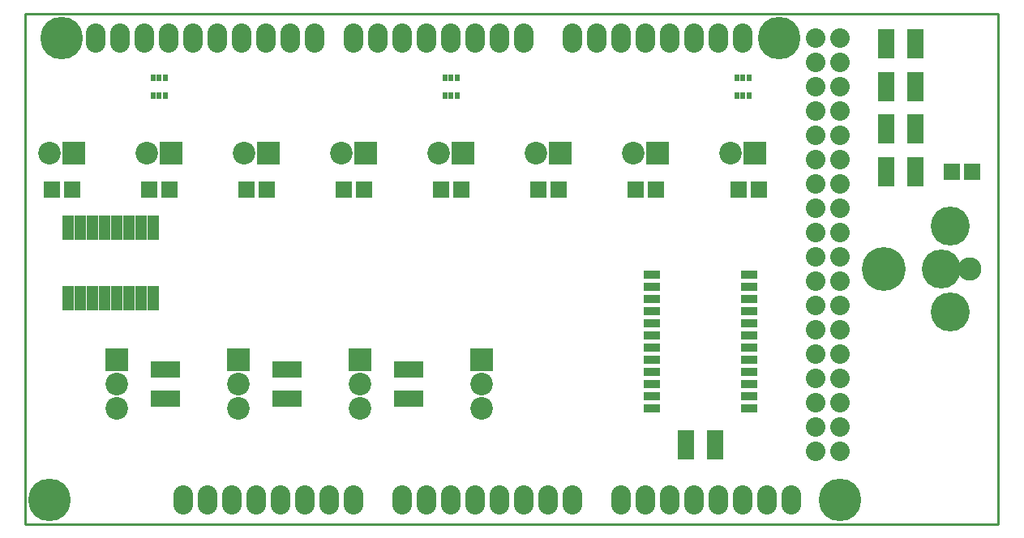
<source format=gts>
G04 (created by PCBNEW-RS274X (2011-05-25)-stable) date Wed 08 May 2013 01:19:30 PM EDT*
G01*
G70*
G90*
%MOIN*%
G04 Gerber Fmt 3.4, Leading zero omitted, Abs format*
%FSLAX34Y34*%
G04 APERTURE LIST*
%ADD10C,0.006000*%
%ADD11C,0.009000*%
%ADD12C,0.096000*%
%ADD13C,0.160000*%
%ADD14C,0.180000*%
%ADD15C,0.175000*%
%ADD16O,0.080000X0.120000*%
%ADD17C,0.080000*%
%ADD18R,0.070000X0.035000*%
%ADD19R,0.120000X0.070000*%
%ADD20R,0.070000X0.120000*%
%ADD21R,0.067000X0.067000*%
%ADD22C,0.093000*%
%ADD23R,0.093000X0.093000*%
%ADD24R,0.020500X0.027600*%
%ADD25R,0.045000X0.100000*%
G04 APERTURE END LIST*
G54D10*
G54D11*
X89500Y-30500D02*
X49500Y-30500D01*
X89500Y-51500D02*
X89500Y-30500D01*
X49500Y-51500D02*
X89500Y-51500D01*
X49500Y-30500D02*
X49500Y-51500D01*
G54D12*
X88320Y-41000D03*
G54D13*
X87140Y-41000D03*
G54D14*
X84780Y-41000D03*
G54D13*
X87530Y-39230D03*
X87530Y-42770D03*
G54D15*
X50500Y-50500D03*
X51000Y-31500D03*
X83000Y-50500D03*
X80500Y-31500D03*
G54D16*
X56000Y-50500D03*
X57000Y-50500D03*
X58000Y-50500D03*
X59000Y-50500D03*
X60000Y-50500D03*
X61000Y-50500D03*
X62000Y-50500D03*
X63000Y-50500D03*
X65000Y-50500D03*
X66000Y-50500D03*
X67000Y-50500D03*
X68000Y-50500D03*
X69000Y-50500D03*
X70000Y-50500D03*
X71000Y-50500D03*
X72000Y-50500D03*
X74000Y-50500D03*
X75000Y-50500D03*
X76000Y-50500D03*
X77000Y-50500D03*
X78000Y-50500D03*
X79000Y-50500D03*
X80000Y-50500D03*
X81000Y-50500D03*
X52400Y-31500D03*
X53400Y-31500D03*
X54400Y-31500D03*
X55400Y-31500D03*
X56400Y-31500D03*
X57400Y-31500D03*
X58400Y-31500D03*
X59400Y-31500D03*
X60400Y-31500D03*
X61400Y-31500D03*
X63000Y-31500D03*
X70000Y-31500D03*
X69000Y-31500D03*
X68000Y-31500D03*
X67000Y-31500D03*
X66000Y-31500D03*
X65000Y-31500D03*
X64000Y-31500D03*
X72000Y-31500D03*
X73000Y-31500D03*
X74000Y-31500D03*
X75000Y-31500D03*
X76000Y-31500D03*
X77000Y-31500D03*
X78000Y-31500D03*
X79000Y-31500D03*
G54D17*
X82000Y-31500D03*
X83000Y-31500D03*
X82000Y-32500D03*
X83000Y-32500D03*
X82000Y-33500D03*
X83000Y-33500D03*
X82000Y-34500D03*
X83000Y-34500D03*
X82000Y-35500D03*
X83000Y-35500D03*
X82000Y-36500D03*
X83000Y-36500D03*
X82000Y-37500D03*
X83000Y-37500D03*
X82000Y-38500D03*
X83000Y-38500D03*
X82000Y-39500D03*
X83000Y-39500D03*
X82000Y-40500D03*
X83000Y-40500D03*
X82000Y-41500D03*
X83000Y-41500D03*
X82000Y-42500D03*
X83000Y-42500D03*
X82000Y-43500D03*
X83000Y-43500D03*
X82000Y-44500D03*
X83000Y-44500D03*
X82000Y-45500D03*
X83000Y-45500D03*
X82000Y-46500D03*
X83000Y-46500D03*
X82000Y-47500D03*
X83000Y-47500D03*
X82000Y-48500D03*
X83000Y-48500D03*
G54D18*
X75250Y-43750D03*
X75250Y-43250D03*
X75250Y-42750D03*
X75250Y-42250D03*
X75250Y-41750D03*
X75250Y-41250D03*
X75250Y-44250D03*
X75250Y-44750D03*
X75250Y-45250D03*
X75250Y-45750D03*
X75250Y-46250D03*
X75250Y-46750D03*
X79250Y-46750D03*
X79250Y-46250D03*
X79250Y-45750D03*
X79250Y-45250D03*
X79250Y-44750D03*
X79250Y-44250D03*
X79250Y-43750D03*
X79250Y-43250D03*
X79250Y-42750D03*
X79250Y-42250D03*
X79250Y-41750D03*
X79250Y-41250D03*
G54D19*
X55250Y-45150D03*
X55250Y-46350D03*
G54D20*
X84900Y-35250D03*
X86100Y-35250D03*
X76650Y-48250D03*
X77850Y-48250D03*
X84900Y-37000D03*
X86100Y-37000D03*
G54D19*
X60250Y-45150D03*
X60250Y-46350D03*
G54D20*
X84900Y-33500D03*
X86100Y-33500D03*
X84900Y-31750D03*
X86100Y-31750D03*
G54D19*
X65250Y-45150D03*
X65250Y-46350D03*
G54D21*
X54585Y-37750D03*
X55415Y-37750D03*
X87585Y-37000D03*
X88415Y-37000D03*
X50585Y-37750D03*
X51415Y-37750D03*
X78835Y-37750D03*
X79665Y-37750D03*
X74585Y-37750D03*
X75415Y-37750D03*
X58585Y-37750D03*
X59415Y-37750D03*
X62585Y-37750D03*
X63415Y-37750D03*
X66585Y-37750D03*
X67415Y-37750D03*
X70585Y-37750D03*
X71415Y-37750D03*
G54D22*
X63250Y-45750D03*
X63250Y-46750D03*
G54D23*
X63250Y-44750D03*
G54D22*
X68250Y-45750D03*
X68250Y-46750D03*
G54D23*
X68250Y-44750D03*
G54D22*
X58250Y-45750D03*
X58250Y-46750D03*
G54D23*
X58250Y-44750D03*
G54D22*
X53250Y-45750D03*
X53250Y-46750D03*
G54D23*
X53250Y-44750D03*
G54D22*
X50500Y-36250D03*
G54D23*
X51500Y-36250D03*
G54D22*
X54500Y-36250D03*
G54D23*
X55500Y-36250D03*
G54D22*
X58500Y-36250D03*
G54D23*
X59500Y-36250D03*
G54D22*
X62500Y-36250D03*
G54D23*
X63500Y-36250D03*
G54D22*
X66500Y-36250D03*
G54D23*
X67500Y-36250D03*
G54D22*
X70500Y-36250D03*
G54D23*
X71500Y-36250D03*
G54D22*
X74500Y-36250D03*
G54D23*
X75500Y-36250D03*
G54D22*
X78500Y-36250D03*
G54D23*
X79500Y-36250D03*
G54D24*
X54744Y-33874D03*
X55000Y-33874D03*
X55256Y-33874D03*
X55256Y-33126D03*
X55000Y-33126D03*
X54744Y-33126D03*
X66744Y-33874D03*
X67000Y-33874D03*
X67256Y-33874D03*
X67256Y-33126D03*
X67000Y-33126D03*
X66744Y-33126D03*
X78744Y-33874D03*
X79000Y-33874D03*
X79256Y-33874D03*
X79256Y-33126D03*
X79000Y-33126D03*
X78744Y-33126D03*
G54D25*
X54750Y-39300D03*
X54250Y-39300D03*
X53750Y-39300D03*
X53250Y-39300D03*
X52750Y-39300D03*
X52250Y-39300D03*
X51750Y-39300D03*
X51250Y-39300D03*
X51250Y-42200D03*
X51750Y-42200D03*
X52250Y-42200D03*
X52750Y-42200D03*
X53250Y-42200D03*
X53750Y-42200D03*
X54250Y-42200D03*
X54750Y-42200D03*
M02*

</source>
